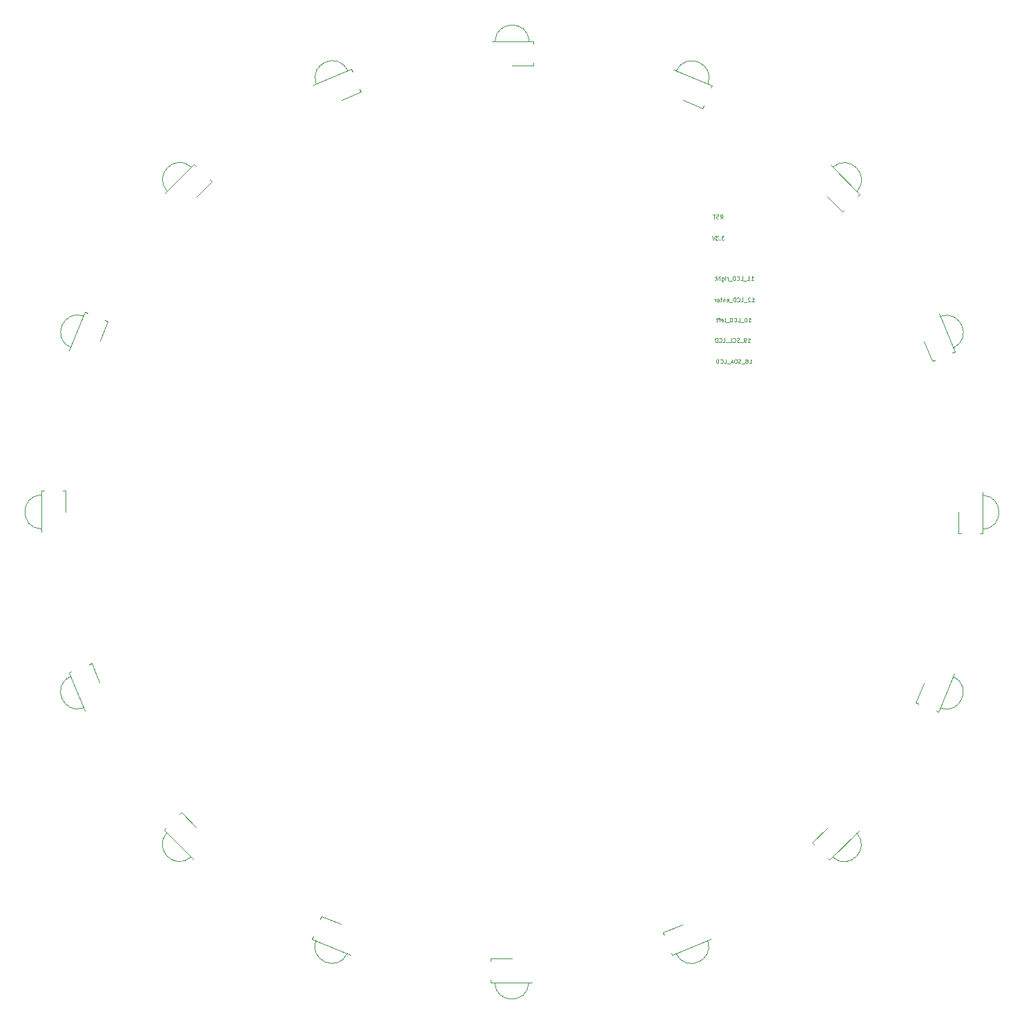
<source format=gbr>
%TF.GenerationSoftware,KiCad,Pcbnew,7.0.9*%
%TF.CreationDate,2024-12-18T22:21:06+09:00*%
%TF.ProjectId,IR_Bored_ESP32,49525f42-6f72-4656-945f-45535033322e,rev?*%
%TF.SameCoordinates,Original*%
%TF.FileFunction,Legend,Bot*%
%TF.FilePolarity,Positive*%
%FSLAX46Y46*%
G04 Gerber Fmt 4.6, Leading zero omitted, Abs format (unit mm)*
G04 Created by KiCad (PCBNEW 7.0.9) date 2024-12-18 22:21:06*
%MOMM*%
%LPD*%
G01*
G04 APERTURE LIST*
%ADD10C,0.125000*%
%ADD11C,0.120000*%
G04 APERTURE END LIST*
D10*
X218510211Y-62314709D02*
X218795925Y-62314709D01*
X218653068Y-62314709D02*
X218653068Y-61814709D01*
X218653068Y-61814709D02*
X218700687Y-61886138D01*
X218700687Y-61886138D02*
X218748306Y-61933757D01*
X218748306Y-61933757D02*
X218795925Y-61957566D01*
X218200688Y-61814709D02*
X218153069Y-61814709D01*
X218153069Y-61814709D02*
X218105450Y-61838519D01*
X218105450Y-61838519D02*
X218081640Y-61862328D01*
X218081640Y-61862328D02*
X218057831Y-61909947D01*
X218057831Y-61909947D02*
X218034021Y-62005185D01*
X218034021Y-62005185D02*
X218034021Y-62124233D01*
X218034021Y-62124233D02*
X218057831Y-62219471D01*
X218057831Y-62219471D02*
X218081640Y-62267090D01*
X218081640Y-62267090D02*
X218105450Y-62290900D01*
X218105450Y-62290900D02*
X218153069Y-62314709D01*
X218153069Y-62314709D02*
X218200688Y-62314709D01*
X218200688Y-62314709D02*
X218248307Y-62290900D01*
X218248307Y-62290900D02*
X218272116Y-62267090D01*
X218272116Y-62267090D02*
X218295926Y-62219471D01*
X218295926Y-62219471D02*
X218319735Y-62124233D01*
X218319735Y-62124233D02*
X218319735Y-62005185D01*
X218319735Y-62005185D02*
X218295926Y-61909947D01*
X218295926Y-61909947D02*
X218272116Y-61862328D01*
X218272116Y-61862328D02*
X218248307Y-61838519D01*
X218248307Y-61838519D02*
X218200688Y-61814709D01*
X217938784Y-62362328D02*
X217557831Y-62362328D01*
X217200689Y-62314709D02*
X217438784Y-62314709D01*
X217438784Y-62314709D02*
X217438784Y-61814709D01*
X216748308Y-62267090D02*
X216772117Y-62290900D01*
X216772117Y-62290900D02*
X216843546Y-62314709D01*
X216843546Y-62314709D02*
X216891165Y-62314709D01*
X216891165Y-62314709D02*
X216962593Y-62290900D01*
X216962593Y-62290900D02*
X217010212Y-62243280D01*
X217010212Y-62243280D02*
X217034022Y-62195661D01*
X217034022Y-62195661D02*
X217057831Y-62100423D01*
X217057831Y-62100423D02*
X217057831Y-62028995D01*
X217057831Y-62028995D02*
X217034022Y-61933757D01*
X217034022Y-61933757D02*
X217010212Y-61886138D01*
X217010212Y-61886138D02*
X216962593Y-61838519D01*
X216962593Y-61838519D02*
X216891165Y-61814709D01*
X216891165Y-61814709D02*
X216843546Y-61814709D01*
X216843546Y-61814709D02*
X216772117Y-61838519D01*
X216772117Y-61838519D02*
X216748308Y-61862328D01*
X216534022Y-62314709D02*
X216534022Y-61814709D01*
X216534022Y-61814709D02*
X216414974Y-61814709D01*
X216414974Y-61814709D02*
X216343546Y-61838519D01*
X216343546Y-61838519D02*
X216295927Y-61886138D01*
X216295927Y-61886138D02*
X216272117Y-61933757D01*
X216272117Y-61933757D02*
X216248308Y-62028995D01*
X216248308Y-62028995D02*
X216248308Y-62100423D01*
X216248308Y-62100423D02*
X216272117Y-62195661D01*
X216272117Y-62195661D02*
X216295927Y-62243280D01*
X216295927Y-62243280D02*
X216343546Y-62290900D01*
X216343546Y-62290900D02*
X216414974Y-62314709D01*
X216414974Y-62314709D02*
X216534022Y-62314709D01*
X216153070Y-62362328D02*
X215772117Y-62362328D01*
X215581641Y-62314709D02*
X215629260Y-62290900D01*
X215629260Y-62290900D02*
X215653070Y-62243280D01*
X215653070Y-62243280D02*
X215653070Y-61814709D01*
X215200689Y-62290900D02*
X215248308Y-62314709D01*
X215248308Y-62314709D02*
X215343546Y-62314709D01*
X215343546Y-62314709D02*
X215391165Y-62290900D01*
X215391165Y-62290900D02*
X215414974Y-62243280D01*
X215414974Y-62243280D02*
X215414974Y-62052804D01*
X215414974Y-62052804D02*
X215391165Y-62005185D01*
X215391165Y-62005185D02*
X215343546Y-61981376D01*
X215343546Y-61981376D02*
X215248308Y-61981376D01*
X215248308Y-61981376D02*
X215200689Y-62005185D01*
X215200689Y-62005185D02*
X215176879Y-62052804D01*
X215176879Y-62052804D02*
X215176879Y-62100423D01*
X215176879Y-62100423D02*
X215414974Y-62148042D01*
X215034022Y-61981376D02*
X214843546Y-61981376D01*
X214962594Y-62314709D02*
X214962594Y-61886138D01*
X214962594Y-61886138D02*
X214938784Y-61838519D01*
X214938784Y-61838519D02*
X214891165Y-61814709D01*
X214891165Y-61814709D02*
X214843546Y-61814709D01*
X214748308Y-61981376D02*
X214557832Y-61981376D01*
X214676880Y-61814709D02*
X214676880Y-62243280D01*
X214676880Y-62243280D02*
X214653070Y-62290900D01*
X214653070Y-62290900D02*
X214605451Y-62314709D01*
X214605451Y-62314709D02*
X214557832Y-62314709D01*
X218434011Y-64803909D02*
X218719725Y-64803909D01*
X218576868Y-64803909D02*
X218576868Y-64303909D01*
X218576868Y-64303909D02*
X218624487Y-64375338D01*
X218624487Y-64375338D02*
X218672106Y-64422957D01*
X218672106Y-64422957D02*
X218719725Y-64446766D01*
X218195916Y-64803909D02*
X218100678Y-64803909D01*
X218100678Y-64803909D02*
X218053059Y-64780100D01*
X218053059Y-64780100D02*
X218029250Y-64756290D01*
X218029250Y-64756290D02*
X217981631Y-64684861D01*
X217981631Y-64684861D02*
X217957821Y-64589623D01*
X217957821Y-64589623D02*
X217957821Y-64399147D01*
X217957821Y-64399147D02*
X217981631Y-64351528D01*
X217981631Y-64351528D02*
X218005440Y-64327719D01*
X218005440Y-64327719D02*
X218053059Y-64303909D01*
X218053059Y-64303909D02*
X218148297Y-64303909D01*
X218148297Y-64303909D02*
X218195916Y-64327719D01*
X218195916Y-64327719D02*
X218219726Y-64351528D01*
X218219726Y-64351528D02*
X218243535Y-64399147D01*
X218243535Y-64399147D02*
X218243535Y-64518195D01*
X218243535Y-64518195D02*
X218219726Y-64565814D01*
X218219726Y-64565814D02*
X218195916Y-64589623D01*
X218195916Y-64589623D02*
X218148297Y-64613433D01*
X218148297Y-64613433D02*
X218053059Y-64613433D01*
X218053059Y-64613433D02*
X218005440Y-64589623D01*
X218005440Y-64589623D02*
X217981631Y-64565814D01*
X217981631Y-64565814D02*
X217957821Y-64518195D01*
X217862584Y-64851528D02*
X217481631Y-64851528D01*
X217386393Y-64780100D02*
X217314965Y-64803909D01*
X217314965Y-64803909D02*
X217195917Y-64803909D01*
X217195917Y-64803909D02*
X217148298Y-64780100D01*
X217148298Y-64780100D02*
X217124489Y-64756290D01*
X217124489Y-64756290D02*
X217100679Y-64708671D01*
X217100679Y-64708671D02*
X217100679Y-64661052D01*
X217100679Y-64661052D02*
X217124489Y-64613433D01*
X217124489Y-64613433D02*
X217148298Y-64589623D01*
X217148298Y-64589623D02*
X217195917Y-64565814D01*
X217195917Y-64565814D02*
X217291155Y-64542004D01*
X217291155Y-64542004D02*
X217338774Y-64518195D01*
X217338774Y-64518195D02*
X217362584Y-64494385D01*
X217362584Y-64494385D02*
X217386393Y-64446766D01*
X217386393Y-64446766D02*
X217386393Y-64399147D01*
X217386393Y-64399147D02*
X217362584Y-64351528D01*
X217362584Y-64351528D02*
X217338774Y-64327719D01*
X217338774Y-64327719D02*
X217291155Y-64303909D01*
X217291155Y-64303909D02*
X217172108Y-64303909D01*
X217172108Y-64303909D02*
X217100679Y-64327719D01*
X216600680Y-64756290D02*
X216624489Y-64780100D01*
X216624489Y-64780100D02*
X216695918Y-64803909D01*
X216695918Y-64803909D02*
X216743537Y-64803909D01*
X216743537Y-64803909D02*
X216814965Y-64780100D01*
X216814965Y-64780100D02*
X216862584Y-64732480D01*
X216862584Y-64732480D02*
X216886394Y-64684861D01*
X216886394Y-64684861D02*
X216910203Y-64589623D01*
X216910203Y-64589623D02*
X216910203Y-64518195D01*
X216910203Y-64518195D02*
X216886394Y-64422957D01*
X216886394Y-64422957D02*
X216862584Y-64375338D01*
X216862584Y-64375338D02*
X216814965Y-64327719D01*
X216814965Y-64327719D02*
X216743537Y-64303909D01*
X216743537Y-64303909D02*
X216695918Y-64303909D01*
X216695918Y-64303909D02*
X216624489Y-64327719D01*
X216624489Y-64327719D02*
X216600680Y-64351528D01*
X216148299Y-64803909D02*
X216386394Y-64803909D01*
X216386394Y-64803909D02*
X216386394Y-64303909D01*
X216100680Y-64851528D02*
X215719727Y-64851528D01*
X215362585Y-64803909D02*
X215600680Y-64803909D01*
X215600680Y-64803909D02*
X215600680Y-64303909D01*
X214910204Y-64756290D02*
X214934013Y-64780100D01*
X214934013Y-64780100D02*
X215005442Y-64803909D01*
X215005442Y-64803909D02*
X215053061Y-64803909D01*
X215053061Y-64803909D02*
X215124489Y-64780100D01*
X215124489Y-64780100D02*
X215172108Y-64732480D01*
X215172108Y-64732480D02*
X215195918Y-64684861D01*
X215195918Y-64684861D02*
X215219727Y-64589623D01*
X215219727Y-64589623D02*
X215219727Y-64518195D01*
X215219727Y-64518195D02*
X215195918Y-64422957D01*
X215195918Y-64422957D02*
X215172108Y-64375338D01*
X215172108Y-64375338D02*
X215124489Y-64327719D01*
X215124489Y-64327719D02*
X215053061Y-64303909D01*
X215053061Y-64303909D02*
X215005442Y-64303909D01*
X215005442Y-64303909D02*
X214934013Y-64327719D01*
X214934013Y-64327719D02*
X214910204Y-64351528D01*
X214695918Y-64803909D02*
X214695918Y-64303909D01*
X214695918Y-64303909D02*
X214576870Y-64303909D01*
X214576870Y-64303909D02*
X214505442Y-64327719D01*
X214505442Y-64327719D02*
X214457823Y-64375338D01*
X214457823Y-64375338D02*
X214434013Y-64422957D01*
X214434013Y-64422957D02*
X214410204Y-64518195D01*
X214410204Y-64518195D02*
X214410204Y-64589623D01*
X214410204Y-64589623D02*
X214434013Y-64684861D01*
X214434013Y-64684861D02*
X214457823Y-64732480D01*
X214457823Y-64732480D02*
X214505442Y-64780100D01*
X214505442Y-64780100D02*
X214576870Y-64803909D01*
X214576870Y-64803909D02*
X214695918Y-64803909D01*
X218840411Y-57209309D02*
X219126125Y-57209309D01*
X218983268Y-57209309D02*
X218983268Y-56709309D01*
X218983268Y-56709309D02*
X219030887Y-56780738D01*
X219030887Y-56780738D02*
X219078506Y-56828357D01*
X219078506Y-56828357D02*
X219126125Y-56852166D01*
X218364221Y-57209309D02*
X218649935Y-57209309D01*
X218507078Y-57209309D02*
X218507078Y-56709309D01*
X218507078Y-56709309D02*
X218554697Y-56780738D01*
X218554697Y-56780738D02*
X218602316Y-56828357D01*
X218602316Y-56828357D02*
X218649935Y-56852166D01*
X218268984Y-57256928D02*
X217888031Y-57256928D01*
X217530889Y-57209309D02*
X217768984Y-57209309D01*
X217768984Y-57209309D02*
X217768984Y-56709309D01*
X217078508Y-57161690D02*
X217102317Y-57185500D01*
X217102317Y-57185500D02*
X217173746Y-57209309D01*
X217173746Y-57209309D02*
X217221365Y-57209309D01*
X217221365Y-57209309D02*
X217292793Y-57185500D01*
X217292793Y-57185500D02*
X217340412Y-57137880D01*
X217340412Y-57137880D02*
X217364222Y-57090261D01*
X217364222Y-57090261D02*
X217388031Y-56995023D01*
X217388031Y-56995023D02*
X217388031Y-56923595D01*
X217388031Y-56923595D02*
X217364222Y-56828357D01*
X217364222Y-56828357D02*
X217340412Y-56780738D01*
X217340412Y-56780738D02*
X217292793Y-56733119D01*
X217292793Y-56733119D02*
X217221365Y-56709309D01*
X217221365Y-56709309D02*
X217173746Y-56709309D01*
X217173746Y-56709309D02*
X217102317Y-56733119D01*
X217102317Y-56733119D02*
X217078508Y-56756928D01*
X216864222Y-57209309D02*
X216864222Y-56709309D01*
X216864222Y-56709309D02*
X216745174Y-56709309D01*
X216745174Y-56709309D02*
X216673746Y-56733119D01*
X216673746Y-56733119D02*
X216626127Y-56780738D01*
X216626127Y-56780738D02*
X216602317Y-56828357D01*
X216602317Y-56828357D02*
X216578508Y-56923595D01*
X216578508Y-56923595D02*
X216578508Y-56995023D01*
X216578508Y-56995023D02*
X216602317Y-57090261D01*
X216602317Y-57090261D02*
X216626127Y-57137880D01*
X216626127Y-57137880D02*
X216673746Y-57185500D01*
X216673746Y-57185500D02*
X216745174Y-57209309D01*
X216745174Y-57209309D02*
X216864222Y-57209309D01*
X216483270Y-57256928D02*
X216102317Y-57256928D01*
X215983270Y-57209309D02*
X215983270Y-56875976D01*
X215983270Y-56971214D02*
X215959460Y-56923595D01*
X215959460Y-56923595D02*
X215935651Y-56899785D01*
X215935651Y-56899785D02*
X215888032Y-56875976D01*
X215888032Y-56875976D02*
X215840413Y-56875976D01*
X215673746Y-57209309D02*
X215673746Y-56875976D01*
X215673746Y-56709309D02*
X215697555Y-56733119D01*
X215697555Y-56733119D02*
X215673746Y-56756928D01*
X215673746Y-56756928D02*
X215649936Y-56733119D01*
X215649936Y-56733119D02*
X215673746Y-56709309D01*
X215673746Y-56709309D02*
X215673746Y-56756928D01*
X215221365Y-56875976D02*
X215221365Y-57280738D01*
X215221365Y-57280738D02*
X215245175Y-57328357D01*
X215245175Y-57328357D02*
X215268984Y-57352166D01*
X215268984Y-57352166D02*
X215316603Y-57375976D01*
X215316603Y-57375976D02*
X215388032Y-57375976D01*
X215388032Y-57375976D02*
X215435651Y-57352166D01*
X215221365Y-57185500D02*
X215268984Y-57209309D01*
X215268984Y-57209309D02*
X215364222Y-57209309D01*
X215364222Y-57209309D02*
X215411841Y-57185500D01*
X215411841Y-57185500D02*
X215435651Y-57161690D01*
X215435651Y-57161690D02*
X215459460Y-57114071D01*
X215459460Y-57114071D02*
X215459460Y-56971214D01*
X215459460Y-56971214D02*
X215435651Y-56923595D01*
X215435651Y-56923595D02*
X215411841Y-56899785D01*
X215411841Y-56899785D02*
X215364222Y-56875976D01*
X215364222Y-56875976D02*
X215268984Y-56875976D01*
X215268984Y-56875976D02*
X215221365Y-56899785D01*
X214983270Y-57209309D02*
X214983270Y-56709309D01*
X214768984Y-57209309D02*
X214768984Y-56947404D01*
X214768984Y-56947404D02*
X214792794Y-56899785D01*
X214792794Y-56899785D02*
X214840413Y-56875976D01*
X214840413Y-56875976D02*
X214911841Y-56875976D01*
X214911841Y-56875976D02*
X214959460Y-56899785D01*
X214959460Y-56899785D02*
X214983270Y-56923595D01*
X214602317Y-56875976D02*
X214411841Y-56875976D01*
X214530889Y-56709309D02*
X214530889Y-57137880D01*
X214530889Y-57137880D02*
X214507079Y-57185500D01*
X214507079Y-57185500D02*
X214459460Y-57209309D01*
X214459460Y-57209309D02*
X214411841Y-57209309D01*
X218891211Y-59850909D02*
X219176925Y-59850909D01*
X219034068Y-59850909D02*
X219034068Y-59350909D01*
X219034068Y-59350909D02*
X219081687Y-59422338D01*
X219081687Y-59422338D02*
X219129306Y-59469957D01*
X219129306Y-59469957D02*
X219176925Y-59493766D01*
X218700735Y-59398528D02*
X218676926Y-59374719D01*
X218676926Y-59374719D02*
X218629307Y-59350909D01*
X218629307Y-59350909D02*
X218510259Y-59350909D01*
X218510259Y-59350909D02*
X218462640Y-59374719D01*
X218462640Y-59374719D02*
X218438831Y-59398528D01*
X218438831Y-59398528D02*
X218415021Y-59446147D01*
X218415021Y-59446147D02*
X218415021Y-59493766D01*
X218415021Y-59493766D02*
X218438831Y-59565195D01*
X218438831Y-59565195D02*
X218724545Y-59850909D01*
X218724545Y-59850909D02*
X218415021Y-59850909D01*
X218319784Y-59898528D02*
X217938831Y-59898528D01*
X217581689Y-59850909D02*
X217819784Y-59850909D01*
X217819784Y-59850909D02*
X217819784Y-59350909D01*
X217129308Y-59803290D02*
X217153117Y-59827100D01*
X217153117Y-59827100D02*
X217224546Y-59850909D01*
X217224546Y-59850909D02*
X217272165Y-59850909D01*
X217272165Y-59850909D02*
X217343593Y-59827100D01*
X217343593Y-59827100D02*
X217391212Y-59779480D01*
X217391212Y-59779480D02*
X217415022Y-59731861D01*
X217415022Y-59731861D02*
X217438831Y-59636623D01*
X217438831Y-59636623D02*
X217438831Y-59565195D01*
X217438831Y-59565195D02*
X217415022Y-59469957D01*
X217415022Y-59469957D02*
X217391212Y-59422338D01*
X217391212Y-59422338D02*
X217343593Y-59374719D01*
X217343593Y-59374719D02*
X217272165Y-59350909D01*
X217272165Y-59350909D02*
X217224546Y-59350909D01*
X217224546Y-59350909D02*
X217153117Y-59374719D01*
X217153117Y-59374719D02*
X217129308Y-59398528D01*
X216915022Y-59850909D02*
X216915022Y-59350909D01*
X216915022Y-59350909D02*
X216795974Y-59350909D01*
X216795974Y-59350909D02*
X216724546Y-59374719D01*
X216724546Y-59374719D02*
X216676927Y-59422338D01*
X216676927Y-59422338D02*
X216653117Y-59469957D01*
X216653117Y-59469957D02*
X216629308Y-59565195D01*
X216629308Y-59565195D02*
X216629308Y-59636623D01*
X216629308Y-59636623D02*
X216653117Y-59731861D01*
X216653117Y-59731861D02*
X216676927Y-59779480D01*
X216676927Y-59779480D02*
X216724546Y-59827100D01*
X216724546Y-59827100D02*
X216795974Y-59850909D01*
X216795974Y-59850909D02*
X216915022Y-59850909D01*
X216534070Y-59898528D02*
X216153117Y-59898528D01*
X215843594Y-59827100D02*
X215891213Y-59850909D01*
X215891213Y-59850909D02*
X215986451Y-59850909D01*
X215986451Y-59850909D02*
X216034070Y-59827100D01*
X216034070Y-59827100D02*
X216057879Y-59779480D01*
X216057879Y-59779480D02*
X216057879Y-59589004D01*
X216057879Y-59589004D02*
X216034070Y-59541385D01*
X216034070Y-59541385D02*
X215986451Y-59517576D01*
X215986451Y-59517576D02*
X215891213Y-59517576D01*
X215891213Y-59517576D02*
X215843594Y-59541385D01*
X215843594Y-59541385D02*
X215819784Y-59589004D01*
X215819784Y-59589004D02*
X215819784Y-59636623D01*
X215819784Y-59636623D02*
X216057879Y-59684242D01*
X215605499Y-59517576D02*
X215605499Y-59850909D01*
X215605499Y-59565195D02*
X215581689Y-59541385D01*
X215581689Y-59541385D02*
X215534070Y-59517576D01*
X215534070Y-59517576D02*
X215462642Y-59517576D01*
X215462642Y-59517576D02*
X215415023Y-59541385D01*
X215415023Y-59541385D02*
X215391213Y-59589004D01*
X215391213Y-59589004D02*
X215391213Y-59850909D01*
X215224546Y-59517576D02*
X215034070Y-59517576D01*
X215153118Y-59350909D02*
X215153118Y-59779480D01*
X215153118Y-59779480D02*
X215129308Y-59827100D01*
X215129308Y-59827100D02*
X215081689Y-59850909D01*
X215081689Y-59850909D02*
X215034070Y-59850909D01*
X214676928Y-59827100D02*
X214724547Y-59850909D01*
X214724547Y-59850909D02*
X214819785Y-59850909D01*
X214819785Y-59850909D02*
X214867404Y-59827100D01*
X214867404Y-59827100D02*
X214891213Y-59779480D01*
X214891213Y-59779480D02*
X214891213Y-59589004D01*
X214891213Y-59589004D02*
X214867404Y-59541385D01*
X214867404Y-59541385D02*
X214819785Y-59517576D01*
X214819785Y-59517576D02*
X214724547Y-59517576D01*
X214724547Y-59517576D02*
X214676928Y-59541385D01*
X214676928Y-59541385D02*
X214653118Y-59589004D01*
X214653118Y-59589004D02*
X214653118Y-59636623D01*
X214653118Y-59636623D02*
X214891213Y-59684242D01*
X214438833Y-59850909D02*
X214438833Y-59517576D01*
X214438833Y-59612814D02*
X214415023Y-59565195D01*
X214415023Y-59565195D02*
X214391214Y-59541385D01*
X214391214Y-59541385D02*
X214343595Y-59517576D01*
X214343595Y-59517576D02*
X214295976Y-59517576D01*
X215517735Y-51756309D02*
X215208211Y-51756309D01*
X215208211Y-51756309D02*
X215374878Y-51946785D01*
X215374878Y-51946785D02*
X215303449Y-51946785D01*
X215303449Y-51946785D02*
X215255830Y-51970595D01*
X215255830Y-51970595D02*
X215232021Y-51994404D01*
X215232021Y-51994404D02*
X215208211Y-52042023D01*
X215208211Y-52042023D02*
X215208211Y-52161071D01*
X215208211Y-52161071D02*
X215232021Y-52208690D01*
X215232021Y-52208690D02*
X215255830Y-52232500D01*
X215255830Y-52232500D02*
X215303449Y-52256309D01*
X215303449Y-52256309D02*
X215446306Y-52256309D01*
X215446306Y-52256309D02*
X215493925Y-52232500D01*
X215493925Y-52232500D02*
X215517735Y-52208690D01*
X214993926Y-52208690D02*
X214970116Y-52232500D01*
X214970116Y-52232500D02*
X214993926Y-52256309D01*
X214993926Y-52256309D02*
X215017735Y-52232500D01*
X215017735Y-52232500D02*
X214993926Y-52208690D01*
X214993926Y-52208690D02*
X214993926Y-52256309D01*
X214803450Y-51756309D02*
X214493926Y-51756309D01*
X214493926Y-51756309D02*
X214660593Y-51946785D01*
X214660593Y-51946785D02*
X214589164Y-51946785D01*
X214589164Y-51946785D02*
X214541545Y-51970595D01*
X214541545Y-51970595D02*
X214517736Y-51994404D01*
X214517736Y-51994404D02*
X214493926Y-52042023D01*
X214493926Y-52042023D02*
X214493926Y-52161071D01*
X214493926Y-52161071D02*
X214517736Y-52208690D01*
X214517736Y-52208690D02*
X214541545Y-52232500D01*
X214541545Y-52232500D02*
X214589164Y-52256309D01*
X214589164Y-52256309D02*
X214732021Y-52256309D01*
X214732021Y-52256309D02*
X214779640Y-52232500D01*
X214779640Y-52232500D02*
X214803450Y-52208690D01*
X214351069Y-51756309D02*
X214184403Y-52256309D01*
X214184403Y-52256309D02*
X214017736Y-51756309D01*
X215032002Y-49640109D02*
X215198668Y-49402014D01*
X215317716Y-49640109D02*
X215317716Y-49140109D01*
X215317716Y-49140109D02*
X215127240Y-49140109D01*
X215127240Y-49140109D02*
X215079621Y-49163919D01*
X215079621Y-49163919D02*
X215055811Y-49187728D01*
X215055811Y-49187728D02*
X215032002Y-49235347D01*
X215032002Y-49235347D02*
X215032002Y-49306776D01*
X215032002Y-49306776D02*
X215055811Y-49354395D01*
X215055811Y-49354395D02*
X215079621Y-49378204D01*
X215079621Y-49378204D02*
X215127240Y-49402014D01*
X215127240Y-49402014D02*
X215317716Y-49402014D01*
X214841525Y-49616300D02*
X214770097Y-49640109D01*
X214770097Y-49640109D02*
X214651049Y-49640109D01*
X214651049Y-49640109D02*
X214603430Y-49616300D01*
X214603430Y-49616300D02*
X214579621Y-49592490D01*
X214579621Y-49592490D02*
X214555811Y-49544871D01*
X214555811Y-49544871D02*
X214555811Y-49497252D01*
X214555811Y-49497252D02*
X214579621Y-49449633D01*
X214579621Y-49449633D02*
X214603430Y-49425823D01*
X214603430Y-49425823D02*
X214651049Y-49402014D01*
X214651049Y-49402014D02*
X214746287Y-49378204D01*
X214746287Y-49378204D02*
X214793906Y-49354395D01*
X214793906Y-49354395D02*
X214817716Y-49330585D01*
X214817716Y-49330585D02*
X214841525Y-49282966D01*
X214841525Y-49282966D02*
X214841525Y-49235347D01*
X214841525Y-49235347D02*
X214817716Y-49187728D01*
X214817716Y-49187728D02*
X214793906Y-49163919D01*
X214793906Y-49163919D02*
X214746287Y-49140109D01*
X214746287Y-49140109D02*
X214627240Y-49140109D01*
X214627240Y-49140109D02*
X214555811Y-49163919D01*
X214412954Y-49140109D02*
X214127240Y-49140109D01*
X214270097Y-49640109D02*
X214270097Y-49140109D01*
X218611811Y-67394709D02*
X218897525Y-67394709D01*
X218754668Y-67394709D02*
X218754668Y-66894709D01*
X218754668Y-66894709D02*
X218802287Y-66966138D01*
X218802287Y-66966138D02*
X218849906Y-67013757D01*
X218849906Y-67013757D02*
X218897525Y-67037566D01*
X218326097Y-67108995D02*
X218373716Y-67085185D01*
X218373716Y-67085185D02*
X218397526Y-67061376D01*
X218397526Y-67061376D02*
X218421335Y-67013757D01*
X218421335Y-67013757D02*
X218421335Y-66989947D01*
X218421335Y-66989947D02*
X218397526Y-66942328D01*
X218397526Y-66942328D02*
X218373716Y-66918519D01*
X218373716Y-66918519D02*
X218326097Y-66894709D01*
X218326097Y-66894709D02*
X218230859Y-66894709D01*
X218230859Y-66894709D02*
X218183240Y-66918519D01*
X218183240Y-66918519D02*
X218159431Y-66942328D01*
X218159431Y-66942328D02*
X218135621Y-66989947D01*
X218135621Y-66989947D02*
X218135621Y-67013757D01*
X218135621Y-67013757D02*
X218159431Y-67061376D01*
X218159431Y-67061376D02*
X218183240Y-67085185D01*
X218183240Y-67085185D02*
X218230859Y-67108995D01*
X218230859Y-67108995D02*
X218326097Y-67108995D01*
X218326097Y-67108995D02*
X218373716Y-67132804D01*
X218373716Y-67132804D02*
X218397526Y-67156614D01*
X218397526Y-67156614D02*
X218421335Y-67204233D01*
X218421335Y-67204233D02*
X218421335Y-67299471D01*
X218421335Y-67299471D02*
X218397526Y-67347090D01*
X218397526Y-67347090D02*
X218373716Y-67370900D01*
X218373716Y-67370900D02*
X218326097Y-67394709D01*
X218326097Y-67394709D02*
X218230859Y-67394709D01*
X218230859Y-67394709D02*
X218183240Y-67370900D01*
X218183240Y-67370900D02*
X218159431Y-67347090D01*
X218159431Y-67347090D02*
X218135621Y-67299471D01*
X218135621Y-67299471D02*
X218135621Y-67204233D01*
X218135621Y-67204233D02*
X218159431Y-67156614D01*
X218159431Y-67156614D02*
X218183240Y-67132804D01*
X218183240Y-67132804D02*
X218230859Y-67108995D01*
X218040384Y-67442328D02*
X217659431Y-67442328D01*
X217564193Y-67370900D02*
X217492765Y-67394709D01*
X217492765Y-67394709D02*
X217373717Y-67394709D01*
X217373717Y-67394709D02*
X217326098Y-67370900D01*
X217326098Y-67370900D02*
X217302289Y-67347090D01*
X217302289Y-67347090D02*
X217278479Y-67299471D01*
X217278479Y-67299471D02*
X217278479Y-67251852D01*
X217278479Y-67251852D02*
X217302289Y-67204233D01*
X217302289Y-67204233D02*
X217326098Y-67180423D01*
X217326098Y-67180423D02*
X217373717Y-67156614D01*
X217373717Y-67156614D02*
X217468955Y-67132804D01*
X217468955Y-67132804D02*
X217516574Y-67108995D01*
X217516574Y-67108995D02*
X217540384Y-67085185D01*
X217540384Y-67085185D02*
X217564193Y-67037566D01*
X217564193Y-67037566D02*
X217564193Y-66989947D01*
X217564193Y-66989947D02*
X217540384Y-66942328D01*
X217540384Y-66942328D02*
X217516574Y-66918519D01*
X217516574Y-66918519D02*
X217468955Y-66894709D01*
X217468955Y-66894709D02*
X217349908Y-66894709D01*
X217349908Y-66894709D02*
X217278479Y-66918519D01*
X217064194Y-67394709D02*
X217064194Y-66894709D01*
X217064194Y-66894709D02*
X216945146Y-66894709D01*
X216945146Y-66894709D02*
X216873718Y-66918519D01*
X216873718Y-66918519D02*
X216826099Y-66966138D01*
X216826099Y-66966138D02*
X216802289Y-67013757D01*
X216802289Y-67013757D02*
X216778480Y-67108995D01*
X216778480Y-67108995D02*
X216778480Y-67180423D01*
X216778480Y-67180423D02*
X216802289Y-67275661D01*
X216802289Y-67275661D02*
X216826099Y-67323280D01*
X216826099Y-67323280D02*
X216873718Y-67370900D01*
X216873718Y-67370900D02*
X216945146Y-67394709D01*
X216945146Y-67394709D02*
X217064194Y-67394709D01*
X216588003Y-67251852D02*
X216349908Y-67251852D01*
X216635622Y-67394709D02*
X216468956Y-66894709D01*
X216468956Y-66894709D02*
X216302289Y-67394709D01*
X216254671Y-67442328D02*
X215873718Y-67442328D01*
X215516576Y-67394709D02*
X215754671Y-67394709D01*
X215754671Y-67394709D02*
X215754671Y-66894709D01*
X215064195Y-67347090D02*
X215088004Y-67370900D01*
X215088004Y-67370900D02*
X215159433Y-67394709D01*
X215159433Y-67394709D02*
X215207052Y-67394709D01*
X215207052Y-67394709D02*
X215278480Y-67370900D01*
X215278480Y-67370900D02*
X215326099Y-67323280D01*
X215326099Y-67323280D02*
X215349909Y-67275661D01*
X215349909Y-67275661D02*
X215373718Y-67180423D01*
X215373718Y-67180423D02*
X215373718Y-67108995D01*
X215373718Y-67108995D02*
X215349909Y-67013757D01*
X215349909Y-67013757D02*
X215326099Y-66966138D01*
X215326099Y-66966138D02*
X215278480Y-66918519D01*
X215278480Y-66918519D02*
X215207052Y-66894709D01*
X215207052Y-66894709D02*
X215159433Y-66894709D01*
X215159433Y-66894709D02*
X215088004Y-66918519D01*
X215088004Y-66918519D02*
X215064195Y-66942328D01*
X214849909Y-67394709D02*
X214849909Y-66894709D01*
X214849909Y-66894709D02*
X214730861Y-66894709D01*
X214730861Y-66894709D02*
X214659433Y-66918519D01*
X214659433Y-66918519D02*
X214611814Y-66966138D01*
X214611814Y-66966138D02*
X214588004Y-67013757D01*
X214588004Y-67013757D02*
X214564195Y-67108995D01*
X214564195Y-67108995D02*
X214564195Y-67180423D01*
X214564195Y-67180423D02*
X214588004Y-67275661D01*
X214588004Y-67275661D02*
X214611814Y-67323280D01*
X214611814Y-67323280D02*
X214659433Y-67370900D01*
X214659433Y-67370900D02*
X214730861Y-67394709D01*
X214730861Y-67394709D02*
X214849909Y-67394709D01*
D11*
%TO.C,U13*%
X243856836Y-65972387D02*
X241908977Y-61269840D01*
X243542717Y-66102499D02*
X243856836Y-65972387D01*
X241399317Y-66990325D02*
X241075959Y-67124264D01*
X241075959Y-67124264D02*
X240080982Y-64722177D01*
X243665494Y-65510446D02*
G75*
G03*
X242059860Y-61629566I-896023J1901878D01*
G01*
%TO.C,U7*%
X164965258Y-138017575D02*
X169667805Y-139965434D01*
X165095370Y-137703456D02*
X164965258Y-138017575D01*
X165983196Y-135560056D02*
X166117135Y-135236698D01*
X166117135Y-135236698D02*
X168519222Y-136231675D01*
X165427197Y-138208917D02*
G75*
G03*
X169306750Y-139817760I1978416J-711247D01*
G01*
%TO.C,U1*%
X169806387Y-31289164D02*
X165103840Y-33237023D01*
X169936499Y-31603283D02*
X169806387Y-31289164D01*
X170824325Y-33746683D02*
X170958264Y-34070041D01*
X170958264Y-34070041D02*
X168556177Y-35065018D01*
X169344446Y-31480506D02*
G75*
G03*
X165463566Y-33086140I-1901878J-896023D01*
G01*
%TO.C,U9*%
X209173613Y-140022836D02*
X213876160Y-138074977D01*
X209043501Y-139708717D02*
X209173613Y-140022836D01*
X208155675Y-137565317D02*
X208021736Y-137241959D01*
X208021736Y-137241959D02*
X210423823Y-136246982D01*
X209635554Y-139831494D02*
G75*
G03*
X213516434Y-138225860I1901878J896023D01*
G01*
%TO.C,U17*%
X192110000Y-27895000D02*
X187020000Y-27895000D01*
X192110000Y-28235000D02*
X192110000Y-27895000D01*
X192110000Y-30555000D02*
X192110000Y-30905000D01*
X192110000Y-30905000D02*
X189510000Y-30905000D01*
X191609999Y-27895000D02*
G75*
G03*
X187410084Y-27893264I-2099999J-100000D01*
G01*
%TO.C,U14*%
X232185815Y-46665425D02*
X228586642Y-43066251D01*
X231945399Y-46905841D02*
X232185815Y-46665425D01*
X230304911Y-48546329D02*
X230057424Y-48793816D01*
X230057424Y-48793816D02*
X228218946Y-46955338D01*
X231832263Y-46311871D02*
G75*
G03*
X228863699Y-43340854I-1555636J1414213D01*
G01*
%TO.C,U10*%
X228480575Y-128351814D02*
X232079749Y-124752641D01*
X228240159Y-128111398D02*
X228480575Y-128351814D01*
X226599671Y-126470910D02*
X226352184Y-126223423D01*
X226352184Y-126223423D02*
X228190662Y-124384945D01*
X228834129Y-127998262D02*
G75*
G03*
X231805146Y-125029698I1414213J1555636D01*
G01*
%TO.C,U2*%
X150499425Y-42960186D02*
X146900251Y-46559359D01*
X150739841Y-43200602D02*
X150499425Y-42960186D01*
X152380329Y-44841090D02*
X152627816Y-45088577D01*
X152627816Y-45088577D02*
X150789338Y-46927055D01*
X150145871Y-43313738D02*
G75*
G03*
X147174854Y-46282302I-1414213J-1555636D01*
G01*
%TO.C,U15*%
X214014742Y-33294425D02*
X209312195Y-31346566D01*
X213884630Y-33608544D02*
X214014742Y-33294425D01*
X212996804Y-35751944D02*
X212862865Y-36075302D01*
X212862865Y-36075302D02*
X210460778Y-35080325D01*
X213552803Y-33103083D02*
G75*
G03*
X209673250Y-31494240I-1978416J711247D01*
G01*
%TO.C,U4*%
X131729000Y-83036000D02*
X131729000Y-88126000D01*
X132069000Y-83036000D02*
X131729000Y-83036000D01*
X134389000Y-83036000D02*
X134739000Y-83036000D01*
X134739000Y-83036000D02*
X134739000Y-85636000D01*
X131729000Y-83536001D02*
G75*
G03*
X131727264Y-87735916I100000J-2099999D01*
G01*
%TO.C,U12*%
X247251001Y-88276000D02*
X247251001Y-83186000D01*
X246911001Y-88276000D02*
X247251001Y-88276000D01*
X244591001Y-88276000D02*
X244241001Y-88276000D01*
X244241001Y-88276000D02*
X244241001Y-85676000D01*
X247251001Y-87775999D02*
G75*
G03*
X247252737Y-83576084I-100000J2099999D01*
G01*
%TO.C,U5*%
X135123164Y-105339613D02*
X137071023Y-110042160D01*
X135437283Y-105209501D02*
X135123164Y-105339613D01*
X137580683Y-104321675D02*
X137904041Y-104187736D01*
X137904041Y-104187736D02*
X138899018Y-106589823D01*
X135314506Y-105801554D02*
G75*
G03*
X136920140Y-109682434I896023J-1901878D01*
G01*
%TO.C,U11*%
X241851575Y-110180742D02*
X243799434Y-105478195D01*
X241537456Y-110050630D02*
X241851575Y-110180742D01*
X239394056Y-109162804D02*
X239070698Y-109028865D01*
X239070698Y-109028865D02*
X240065675Y-106626778D01*
X242042917Y-109718803D02*
G75*
G03*
X243651760Y-105839250I711247J1978416D01*
G01*
%TO.C,U8*%
X186870000Y-143417000D02*
X191960000Y-143417000D01*
X186870000Y-143077000D02*
X186870000Y-143417000D01*
X186870000Y-140757000D02*
X186870000Y-140407000D01*
X186870000Y-140407000D02*
X189470000Y-140407000D01*
X187370001Y-143417000D02*
G75*
G03*
X191569916Y-143418736I2099999J100000D01*
G01*
%TO.C,U3*%
X137128425Y-61131258D02*
X135180566Y-65833805D01*
X137442544Y-61261370D02*
X137128425Y-61131258D01*
X139585944Y-62149196D02*
X139909302Y-62283135D01*
X139909302Y-62283135D02*
X138914325Y-64685222D01*
X136937083Y-61593197D02*
G75*
G03*
X135328240Y-65472750I-711247J-1978416D01*
G01*
%TO.C,U6*%
X146794186Y-124646575D02*
X150393359Y-128245749D01*
X147034602Y-124406159D02*
X146794186Y-124646575D01*
X148675090Y-122765671D02*
X148922577Y-122518184D01*
X148922577Y-122518184D02*
X150761055Y-124356662D01*
X147147738Y-125000129D02*
G75*
G03*
X150116302Y-127971146I1555636J-1414213D01*
G01*
%TD*%
M02*

</source>
